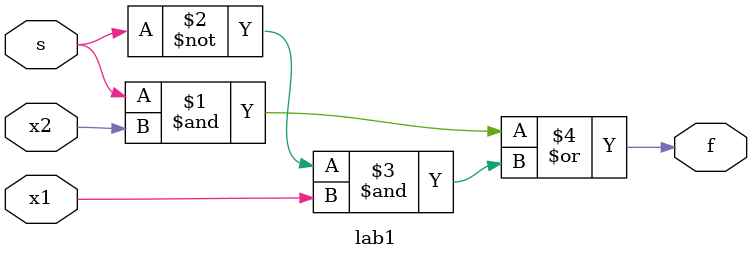
<source format=v>
module lab1 (
	input x1,
	input x2,
	input s,
	output f
);

assign f = (s & x2) | ((~ s) & x1);

endmodule
</source>
